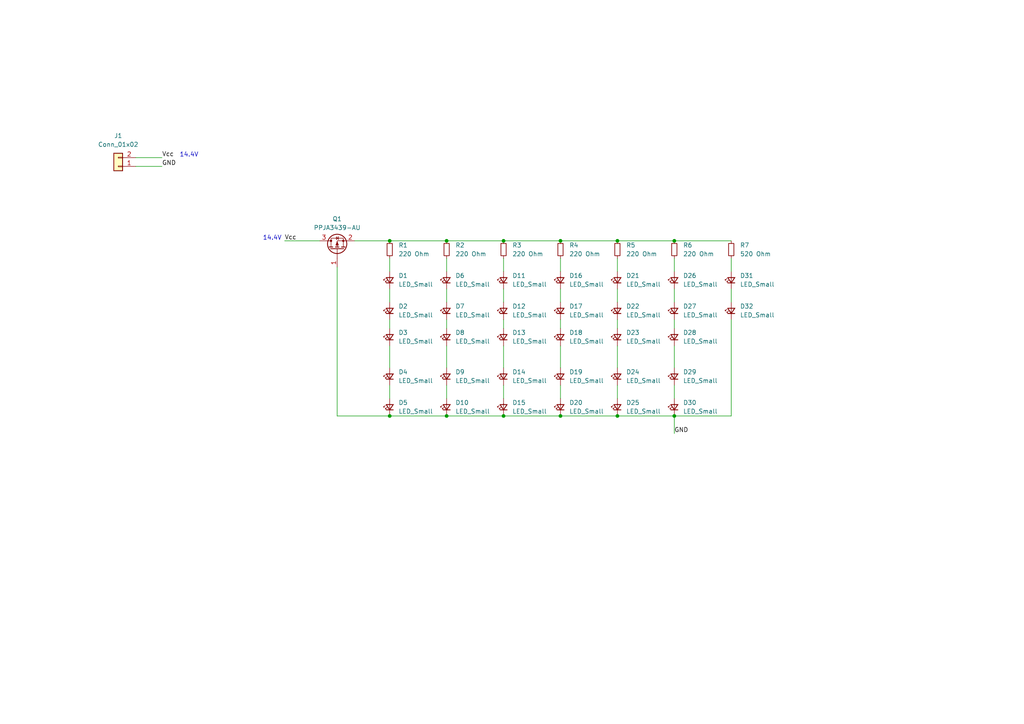
<source format=kicad_sch>
(kicad_sch (version 20230121) (generator eeschema)
  (paper "A4")
  (title_block (title "Brake_Light") (date "2024-01-28") (rev "v2") (company "TTR_8th") (comment 1 "Designed By Howard Lee"))
  (lib_symbols
    (symbol "Connector_Generic:Conn_01x02" (pin_names (offset 1.016) hide)
      (property "Reference" "J" (at 0 2.54 0))
      (property "Value" "Conn_01x02" (at 0 -5.08 0))
      (symbol "Conn_01x02_1_1"
        (rectangle (start -1.27 -2.413) (end 0 -2.667) (stroke (width 0.1524)))
        (rectangle (start -1.27 0.127) (end 0 -0.127) (stroke (width 0.1524)))
        (rectangle (start -1.27 1.27) (end 1.27 -3.81) (stroke (width 0.254)) (fill (type background)))
        (pin passive line (at -5.08 0 0) (length 3.81) (name "Pin_1") (number "1"))
        (pin passive line (at -5.08 -2.54 0) (length 3.81) (name "Pin_2") (number "2"))
      )
    )
    (symbol "Device:LED_Small" (pin_numbers hide) (pin_names (offset 0.254) hide)
      (property "Reference" "D" (at -1.27 3.175 0))
      (property "Value" "LED_Small" (at -4.445 -2.54 0))
      (symbol "LED_Small_0_1"
        (polyline (pts (xy -0.762 -1.016) (xy -0.762 1.016)) (stroke (width 0.254)))
        (polyline (pts (xy 1.016 0) (xy -0.762 0)))
        (polyline (pts (xy 0.762 -1.016) (xy -0.762 0) (xy 0.762 1.016) (xy 0.762 -1.016)) (stroke (width 0.254)))
        (polyline (pts (xy 0 0.762) (xy -0.508 1.27) (xy -0.254 1.27) (xy -0.508 1.27) (xy -0.508 1.016)))
        (polyline (pts (xy 0.508 1.27) (xy 0 1.778) (xy 0.254 1.778) (xy 0 1.778) (xy 0 1.524)))
      )
      (symbol "LED_Small_1_1"
        (pin passive line (at -2.54 0 0) (length 1.778) (name "K") (number "1"))
        (pin passive line (at 2.54 0 180) (length 1.778) (name "A") (number "2"))
      )
    )
    (symbol "Device:R_Small" (pin_numbers hide) (pin_names (offset 0.254) hide)
      (property "Reference" "R" (at 0.762 0.508 0))
      (property "Value" "R_Small" (at 0.762 -1.016 0))
      (symbol "R_Small_0_1"
        (rectangle (start -0.762 1.778) (end 0.762 -1.778) (stroke (width 0.2032)))
      )
      (symbol "R_Small_1_1"
        (pin passive line (at 0 2.54 270) (length 0.762) (name "~") (number "1"))
        (pin passive line (at 0 -2.54 90) (length 0.762) (name "~") (number "2"))
      )
    )
    (symbol "Transistor_FET:BSS84" (pin_names hide)
      (property "Reference" "Q" (at 5.08 1.905 0))
      (property "Value" "BSS84" (at 5.08 0 0))
      (symbol "BSS84_0_1"
        (polyline (pts (xy 0.254 0) (xy -2.54 0)))
        (polyline (pts (xy 0.254 1.905) (xy 0.254 -1.905)) (stroke (width 0.254)))
        (polyline (pts (xy 0.762 -1.27) (xy 0.762 -2.286)) (stroke (width 0.254)))
        (polyline (pts (xy 0.762 0.508) (xy 0.762 -0.508)) (stroke (width 0.254)))
        (polyline (pts (xy 0.762 2.286) (xy 0.762 1.27)) (stroke (width 0.254)))
        (polyline (pts (xy 2.54 2.54) (xy 2.54 1.778)))
        (polyline (pts (xy 2.54 -2.54) (xy 2.54 0) (xy 0.762 0)))
        (polyline (pts (xy 0.762 1.778) (xy 3.302 1.778) (xy 3.302 -1.778) (xy 0.762 -1.778)))
        (polyline (pts (xy 2.286 0) (xy 1.27 0.381) (xy 1.27 -0.381) (xy 2.286 0)) (fill (type outline)))
        (polyline (pts (xy 2.794 -0.508) (xy 2.921 -0.381) (xy 3.683 -0.381) (xy 3.81 -0.254)))
        (polyline (pts (xy 3.302 -0.381) (xy 2.921 0.254) (xy 3.683 0.254) (xy 3.302 -0.381)))
        (circle (center 1.651 0) (radius 2.794) (stroke (width 0.254)))
        (circle (center 2.54 -1.778) (radius 0.254) (fill (type outline)))
        (circle (center 2.54 1.778) (radius 0.254) (fill (type outline)))
      )
      (symbol "BSS84_1_1"
        (pin input line (at -5.08 0 0) (length 2.54) (name "G") (number "1"))
        (pin passive line (at 2.54 -5.08 90) (length 2.54) (name "S") (number "2"))
        (pin passive line (at 2.54 5.08 270) (length 2.54) (name "D") (number "3"))
      )
    )
  )
  (junction (at 113.03 69.85))
  (junction (at 146.05 120.65))
  (junction (at 195.58 120.65))
  (junction (at 162.56 69.85))
  (junction (at 179.07 120.65))
  (junction (at 195.58 69.85))
  (junction (at 146.05 69.85))
  (junction (at 129.54 69.85))
  (junction (at 179.07 69.85))
  (junction (at 162.56 120.65))
  (junction (at 113.03 120.65))
  (junction (at 129.54 120.65))
  (wire (pts (xy 212.09 83.82) (xy 212.09 87.63)))
  (wire (pts (xy 162.56 92.71) (xy 162.56 95.25)))
  (wire (pts (xy 162.56 111.76) (xy 162.56 115.57)))
  (wire (pts (xy 113.03 83.82) (xy 113.03 87.63)))
  (wire (pts (xy 146.05 92.71) (xy 146.05 95.25)))
  (wire (pts (xy 102.87 69.85) (xy 113.03 69.85)))
  (wire (pts (xy 212.09 120.65) (xy 195.58 120.65)))
  (wire (pts (xy 162.56 69.85) (xy 179.07 69.85)))
  (wire (pts (xy 162.56 83.82) (xy 162.56 87.63)))
  (wire (pts (xy 146.05 100.33) (xy 146.05 106.68)))
  (wire (pts (xy 195.58 125.73) (xy 195.58 120.65)))
  (wire (pts (xy 179.07 69.85) (xy 195.58 69.85)))
  (wire (pts (xy 195.58 92.71) (xy 195.58 95.25)))
  (wire (pts (xy 146.05 120.65) (xy 162.56 120.65)))
  (wire (pts (xy 129.54 69.85) (xy 146.05 69.85)))
  (wire (pts (xy 179.07 83.82) (xy 179.07 87.63)))
  (wire (pts (xy 146.05 83.82) (xy 146.05 87.63)))
  (wire (pts (xy 129.54 92.71) (xy 129.54 95.25)))
  (wire (pts (xy 97.79 120.65) (xy 113.03 120.65)))
  (wire (pts (xy 179.07 111.76) (xy 179.07 115.57)))
  (wire (pts (xy 195.58 69.85) (xy 212.09 69.85)))
  (wire (pts (xy 146.05 74.93) (xy 146.05 78.74)))
  (wire (pts (xy 129.54 120.65) (xy 146.05 120.65)))
  (wire (pts (xy 113.03 120.65) (xy 129.54 120.65)))
  (wire (pts (xy 97.79 77.47) (xy 97.79 120.65)))
  (wire (pts (xy 46.99 48.26) (xy 39.37 48.26)))
  (wire (pts (xy 113.03 69.85) (xy 129.54 69.85)))
  (wire (pts (xy 82.55 69.85) (xy 92.71 69.85)))
  (wire (pts (xy 179.07 74.93) (xy 179.07 78.74)))
  (wire (pts (xy 162.56 100.33) (xy 162.56 106.68)))
  (wire (pts (xy 179.07 92.71) (xy 179.07 95.25)))
  (wire (pts (xy 212.09 92.71) (xy 212.09 120.65)))
  (wire (pts (xy 162.56 74.93) (xy 162.56 78.74)))
  (wire (pts (xy 113.03 111.76) (xy 113.03 115.57)))
  (wire (pts (xy 129.54 111.76) (xy 129.54 115.57)))
  (wire (pts (xy 129.54 83.82) (xy 129.54 87.63)))
  (wire (pts (xy 113.03 100.33) (xy 113.03 106.68)))
  (wire (pts (xy 146.05 111.76) (xy 146.05 115.57)))
  (wire (pts (xy 179.07 120.65) (xy 195.58 120.65)))
  (wire (pts (xy 212.09 74.93) (xy 212.09 78.74)))
  (wire (pts (xy 195.58 111.76) (xy 195.58 115.57)))
  (wire (pts (xy 195.58 83.82) (xy 195.58 87.63)))
  (wire (pts (xy 129.54 74.93) (xy 129.54 78.74)))
  (wire (pts (xy 113.03 92.71) (xy 113.03 95.25)))
  (wire (pts (xy 113.03 74.93) (xy 113.03 78.74)))
  (wire (pts (xy 46.99 45.72) (xy 39.37 45.72)))
  (wire (pts (xy 129.54 100.33) (xy 129.54 106.68)))
  (wire (pts (xy 146.05 69.85) (xy 162.56 69.85)))
  (wire (pts (xy 195.58 100.33) (xy 195.58 106.68)))
  (wire (pts (xy 162.56 120.65) (xy 179.07 120.65)))
  (wire (pts (xy 195.58 74.93) (xy 195.58 78.74)))
  (wire (pts (xy 179.07 100.33) (xy 179.07 106.68)))
  (text "14.4V" (at 76.2 69.85 0) (effects (font (size 1.27 1.27)) (justify left bottom)))
  (text "14.4V" (at 52.07 45.72 0) (effects (font (size 1.27 1.27)) (justify left bottom)))
  (label "Vcc" (at 82.55 69.85 0))
  (label "Vcc" (at 46.99 45.72 0))
  (label "GND" (at 46.99 48.26 0))
  (label "GND" (at 195.58 125.73 0))
  (symbol (lib_id "Device:LED_Small") (at 113.03 81.28 90) (unit 1)
    (property "Reference" "D1" (at 115.57 79.9465 90) (effects (justify right)))
    (property "Value" "LED_Small" (at 115.57 82.4865 90) (effects (justify right)))
    (property "Footprint" "LED_SMD:LED_0805_2012Metric" (effects hide))
  )
  (symbol (lib_id "Device:LED_Small") (at 179.07 118.11 90) (unit 1)
    (property "Reference" "D25" (at 181.61 116.7765 90) (effects (justify right)))
    (property "Value" "LED_Small" (at 181.61 119.3165 90) (effects (justify right)))
    (property "Footprint" "LED_SMD:LED_0805_2012Metric" (effects hide))
  )
  (symbol (lib_id "Device:LED_Small") (at 179.07 90.17 90) (unit 1)
    (property "Reference" "D22" (at 181.61 88.8365 90) (effects (justify right)))
    (property "Value" "LED_Small" (at 181.61 91.3765 90) (effects (justify right)))
    (property "Footprint" "LED_SMD:LED_0805_2012Metric" (effects hide))
  )
  (symbol (lib_id "Device:LED_Small") (at 113.03 97.79 90) (unit 1)
    (property "Reference" "D3" (at 115.57 96.4565 90) (effects (justify right)))
    (property "Value" "LED_Small" (at 115.57 98.9965 90) (effects (justify right)))
    (property "Footprint" "LED_SMD:LED_0805_2012Metric" (effects hide))
  )
  (symbol (lib_id "Device:LED_Small") (at 129.54 97.79 90) (unit 1)
    (property "Reference" "D8" (at 132.08 96.4565 90) (effects (justify right)))
    (property "Value" "LED_Small" (at 132.08 98.9965 90) (effects (justify right)))
    (property "Footprint" "LED_SMD:LED_0805_2012Metric" (effects hide))
  )
  (symbol (lib_id "Device:LED_Small") (at 195.58 81.28 90) (unit 1)
    (property "Reference" "D26" (at 198.12 79.9465 90) (effects (justify right)))
    (property "Value" "LED_Small" (at 198.12 82.4865 90) (effects (justify right)))
    (property "Footprint" "LED_SMD:LED_0805_2012Metric" (effects hide))
  )
  (symbol (lib_id "Device:LED_Small") (at 146.05 97.79 90) (unit 1)
    (property "Reference" "D13" (at 148.59 96.4565 90) (effects (justify right)))
    (property "Value" "LED_Small" (at 148.59 98.9965 90) (effects (justify right)))
    (property "Footprint" "LED_SMD:LED_0805_2012Metric" (effects hide))
  )
  (symbol (lib_id "Device:LED_Small") (at 195.58 97.79 90) (unit 1)
    (property "Reference" "D28" (at 198.12 96.4565 90) (effects (justify right)))
    (property "Value" "LED_Small" (at 198.12 98.9965 90) (effects (justify right)))
    (property "Footprint" "LED_SMD:LED_0805_2012Metric" (effects hide))
  )
  (symbol (lib_id "Connector_Generic:Conn_01x02") (at 34.29 48.26 180) (unit 1)
    (property "Reference" "J1" (at 34.29 39.37 0))
    (property "Value" "Conn_01x02" (at 34.29 41.91 0))
    (property "Footprint" "Connector_JST:JST_XH_B2B-XH-A_1x02_P2.50mm_Vertical" (effects hide))
  )
  (symbol (lib_id "Device:LED_Small") (at 113.03 90.17 90) (unit 1)
    (property "Reference" "D2" (at 115.57 88.8365 90) (effects (justify right)))
    (property "Value" "LED_Small" (at 115.57 91.3765 90) (effects (justify right)))
    (property "Footprint" "LED_SMD:LED_0805_2012Metric" (effects hide))
  )
  (symbol (lib_id "Device:R_Small") (at 195.58 72.39 0) (unit 1)
    (property "Reference" "R6" (at 198.12 71.12 0) (effects (justify left)))
    (property "Value" "220 Ohm" (at 198.12 73.66 0) (effects (justify left)))
    (property "Footprint" "Resistor_SMD:R_0805_2012Metric" (effects hide))
  )
  (symbol (lib_id "Device:LED_Small") (at 146.05 118.11 90) (unit 1)
    (property "Reference" "D15" (at 148.59 116.7765 90) (effects (justify right)))
    (property "Value" "LED_Small" (at 148.59 119.3165 90) (effects (justify right)))
    (property "Footprint" "LED_SMD:LED_0805_2012Metric" (effects hide))
  )
  (symbol (lib_id "Transistor_FET:BSS84") (at 97.79 72.39 90) (unit 1)
    (property "Reference" "Q1" (at 97.79 63.5 90))
    (property "Value" "PPJA3439-AU" (at 97.79 66.04 90))
    (property "Footprint" "Package_TO_SOT_SMD:SOT-23" (effects hide))
    (property "Datasheet" "https://www.mouser.tw/datasheet/2/1057/PJA3439-AU-1867221.pdf" (effects hide))
  )
  (symbol (lib_id "Device:R_Small") (at 162.56 72.39 0) (unit 1)
    (property "Reference" "R4" (at 165.1 71.12 0) (effects (justify left)))
    (property "Value" "220 Ohm" (at 165.1 73.66 0) (effects (justify left)))
    (property "Footprint" "Resistor_SMD:R_0805_2012Metric" (effects hide))
  )
  (symbol (lib_id "Device:R_Small") (at 146.05 72.39 0) (unit 1)
    (property "Reference" "R3" (at 148.59 71.12 0) (effects (justify left)))
    (property "Value" "220 Ohm" (at 148.59 73.66 0) (effects (justify left)))
    (property "Footprint" "Resistor_SMD:R_0805_2012Metric" (effects hide))
  )
  (symbol (lib_id "Device:LED_Small") (at 129.54 90.17 90) (unit 1)
    (property "Reference" "D7" (at 132.08 88.8365 90) (effects (justify right)))
    (property "Value" "LED_Small" (at 132.08 91.3765 90) (effects (justify right)))
    (property "Footprint" "LED_SMD:LED_0805_2012Metric" (effects hide))
  )
  (symbol (lib_id "Device:LED_Small") (at 129.54 118.11 90) (unit 1)
    (property "Reference" "D10" (at 132.08 116.7765 90) (effects (justify right)))
    (property "Value" "LED_Small" (at 132.08 119.3165 90) (effects (justify right)))
    (property "Footprint" "LED_SMD:LED_0805_2012Metric" (effects hide))
  )
  (symbol (lib_id "Device:LED_Small") (at 162.56 97.79 90) (unit 1)
    (property "Reference" "D18" (at 165.1 96.4565 90) (effects (justify right)))
    (property "Value" "LED_Small" (at 165.1 98.9965 90) (effects (justify right)))
    (property "Footprint" "LED_SMD:LED_0805_2012Metric" (effects hide))
  )
  (symbol (lib_id "Device:LED_Small") (at 179.07 81.28 90) (unit 1)
    (property "Reference" "D21" (at 181.61 79.9465 90) (effects (justify right)))
    (property "Value" "LED_Small" (at 181.61 82.4865 90) (effects (justify right)))
    (property "Footprint" "LED_SMD:LED_0805_2012Metric" (effects hide))
  )
  (symbol (lib_id "Device:R_Small") (at 179.07 72.39 0) (unit 1)
    (property "Reference" "R5" (at 181.61 71.12 0) (effects (justify left)))
    (property "Value" "220 Ohm" (at 181.61 73.66 0) (effects (justify left)))
    (property "Footprint" "Resistor_SMD:R_0805_2012Metric" (effects hide))
  )
  (symbol (lib_id "Device:LED_Small") (at 179.07 109.22 90) (unit 1)
    (property "Reference" "D24" (at 181.61 107.8865 90) (effects (justify right)))
    (property "Value" "LED_Small" (at 181.61 110.4265 90) (effects (justify right)))
    (property "Footprint" "LED_SMD:LED_0805_2012Metric" (effects hide))
  )
  (symbol (lib_id "Device:LED_Small") (at 162.56 90.17 90) (unit 1)
    (property "Reference" "D17" (at 165.1 88.8365 90) (effects (justify right)))
    (property "Value" "LED_Small" (at 165.1 91.3765 90) (effects (justify right)))
    (property "Footprint" "LED_SMD:LED_0805_2012Metric" (effects hide))
  )
  (symbol (lib_id "Device:LED_Small") (at 195.58 90.17 90) (unit 1)
    (property "Reference" "D27" (at 198.12 88.8365 90) (effects (justify right)))
    (property "Value" "LED_Small" (at 198.12 91.3765 90) (effects (justify right)))
    (property "Footprint" "LED_SMD:LED_0805_2012Metric" (effects hide))
  )
  (symbol (lib_id "Device:LED_Small") (at 195.58 109.22 90) (unit 1)
    (property "Reference" "D29" (at 198.12 107.8865 90) (effects (justify right)))
    (property "Value" "LED_Small" (at 198.12 110.4265 90) (effects (justify right)))
    (property "Footprint" "LED_SMD:LED_0805_2012Metric" (effects hide))
  )
  (symbol (lib_id "Device:LED_Small") (at 195.58 118.11 90) (unit 1)
    (property "Reference" "D30" (at 198.12 116.7765 90) (effects (justify right)))
    (property "Value" "LED_Small" (at 198.12 119.3165 90) (effects (justify right)))
    (property "Footprint" "LED_SMD:LED_0805_2012Metric" (effects hide))
  )
  (symbol (lib_id "Device:LED_Small") (at 162.56 118.11 90) (unit 1)
    (property "Reference" "D20" (at 165.1 116.7765 90) (effects (justify right)))
    (property "Value" "LED_Small" (at 165.1 119.3165 90) (effects (justify right)))
    (property "Footprint" "LED_SMD:LED_0805_2012Metric" (effects hide))
  )
  (symbol (lib_id "Device:LED_Small") (at 146.05 90.17 90) (unit 1)
    (property "Reference" "D12" (at 148.59 88.8365 90) (effects (justify right)))
    (property "Value" "LED_Small" (at 148.59 91.3765 90) (effects (justify right)))
    (property "Footprint" "LED_SMD:LED_0805_2012Metric" (effects hide))
  )
  (symbol (lib_id "Device:LED_Small") (at 129.54 109.22 90) (unit 1)
    (property "Reference" "D9" (at 132.08 107.8865 90) (effects (justify right)))
    (property "Value" "LED_Small" (at 132.08 110.4265 90) (effects (justify right)))
    (property "Footprint" "LED_SMD:LED_0805_2012Metric" (effects hide))
  )
  (symbol (lib_id "Device:LED_Small") (at 162.56 81.28 90) (unit 1)
    (property "Reference" "D16" (at 165.1 79.9465 90) (effects (justify right)))
    (property "Value" "LED_Small" (at 165.1 82.4865 90) (effects (justify right)))
    (property "Footprint" "LED_SMD:LED_0805_2012Metric" (effects hide))
  )
  (symbol (lib_id "Device:LED_Small") (at 212.09 81.28 90) (unit 1)
    (property "Reference" "D31" (at 214.63 79.9465 90) (effects (justify right)))
    (property "Value" "LED_Small" (at 214.63 82.4865 90) (effects (justify right)))
    (property "Footprint" "LED_SMD:LED_0805_2012Metric" (effects hide))
  )
  (symbol (lib_id "Device:R_Small") (at 113.03 72.39 0) (unit 1)
    (property "Reference" "R1" (at 115.57 71.12 0) (effects (justify left)))
    (property "Value" "220 Ohm" (at 115.57 73.66 0) (effects (justify left)))
    (property "Footprint" "Resistor_SMD:R_0805_2012Metric" (effects hide))
  )
  (symbol (lib_id "Device:LED_Small") (at 212.09 90.17 90) (unit 1)
    (property "Reference" "D32" (at 214.63 88.8365 90) (effects (justify right)))
    (property "Value" "LED_Small" (at 214.63 91.3765 90) (effects (justify right)))
    (property "Footprint" "LED_SMD:LED_0805_2012Metric" (effects hide))
  )
  (symbol (lib_id "Device:LED_Small") (at 146.05 109.22 90) (unit 1)
    (property "Reference" "D14" (at 148.59 107.8865 90) (effects (justify right)))
    (property "Value" "LED_Small" (at 148.59 110.4265 90) (effects (justify right)))
    (property "Footprint" "LED_SMD:LED_0805_2012Metric" (effects hide))
  )
  (symbol (lib_id "Device:LED_Small") (at 129.54 81.28 90) (unit 1)
    (property "Reference" "D6" (at 132.08 79.9465 90) (effects (justify right)))
    (property "Value" "LED_Small" (at 132.08 82.4865 90) (effects (justify right)))
    (property "Footprint" "LED_SMD:LED_0805_2012Metric" (effects hide))
  )
  (symbol (lib_id "Device:R_Small") (at 129.54 72.39 0) (unit 1)
    (property "Reference" "R2" (at 132.08 71.12 0) (effects (justify left)))
    (property "Value" "220 Ohm" (at 132.08 73.66 0) (effects (justify left)))
    (property "Footprint" "Resistor_SMD:R_0805_2012Metric" (effects hide))
  )
  (symbol (lib_id "Device:LED_Small") (at 162.56 109.22 90) (unit 1)
    (property "Reference" "D19" (at 165.1 107.8865 90) (effects (justify right)))
    (property "Value" "LED_Small" (at 165.1 110.4265 90) (effects (justify right)))
    (property "Footprint" "LED_SMD:LED_0805_2012Metric" (effects hide))
  )
  (symbol (lib_id "Device:LED_Small") (at 113.03 118.11 90) (unit 1)
    (property "Reference" "D5" (at 115.57 116.7765 90) (effects (justify right)))
    (property "Value" "LED_Small" (at 115.57 119.3165 90) (effects (justify right)))
    (property "Footprint" "LED_SMD:LED_0805_2012Metric" (effects hide))
  )
  (symbol (lib_id "Device:LED_Small") (at 113.03 109.22 90) (unit 1)
    (property "Reference" "D4" (at 115.57 107.8865 90) (effects (justify right)))
    (property "Value" "LED_Small" (at 115.57 110.4265 90) (effects (justify right)))
    (property "Footprint" "LED_SMD:LED_0805_2012Metric" (effects hide))
  )
  (symbol (lib_id "Device:R_Small") (at 212.09 72.39 0) (unit 1)
    (property "Reference" "R7" (at 214.63 71.12 0) (effects (justify left)))
    (property "Value" "520 Ohm" (at 214.63 73.66 0) (effects (justify left)))
    (property "Footprint" "Resistor_SMD:R_0805_2012Metric" (effects hide))
  )
  (symbol (lib_id "Device:LED_Small") (at 179.07 97.79 90) (unit 1)
    (property "Reference" "D23" (at 181.61 96.4565 90) (effects (justify right)))
    (property "Value" "LED_Small" (at 181.61 98.9965 90) (effects (justify right)))
    (property "Footprint" "LED_SMD:LED_0805_2012Metric" (effects hide))
  )
  (symbol (lib_id "Device:LED_Small") (at 146.05 81.28 90) (unit 1)
    (property "Reference" "D11" (at 148.59 79.9465 90) (effects (justify right)))
    (property "Value" "LED_Small" (at 148.59 82.4865 90) (effects (justify right)))
    (property "Footprint" "LED_SMD:LED_0805_2012Metric" (effects hide))
  )
)
</source>
